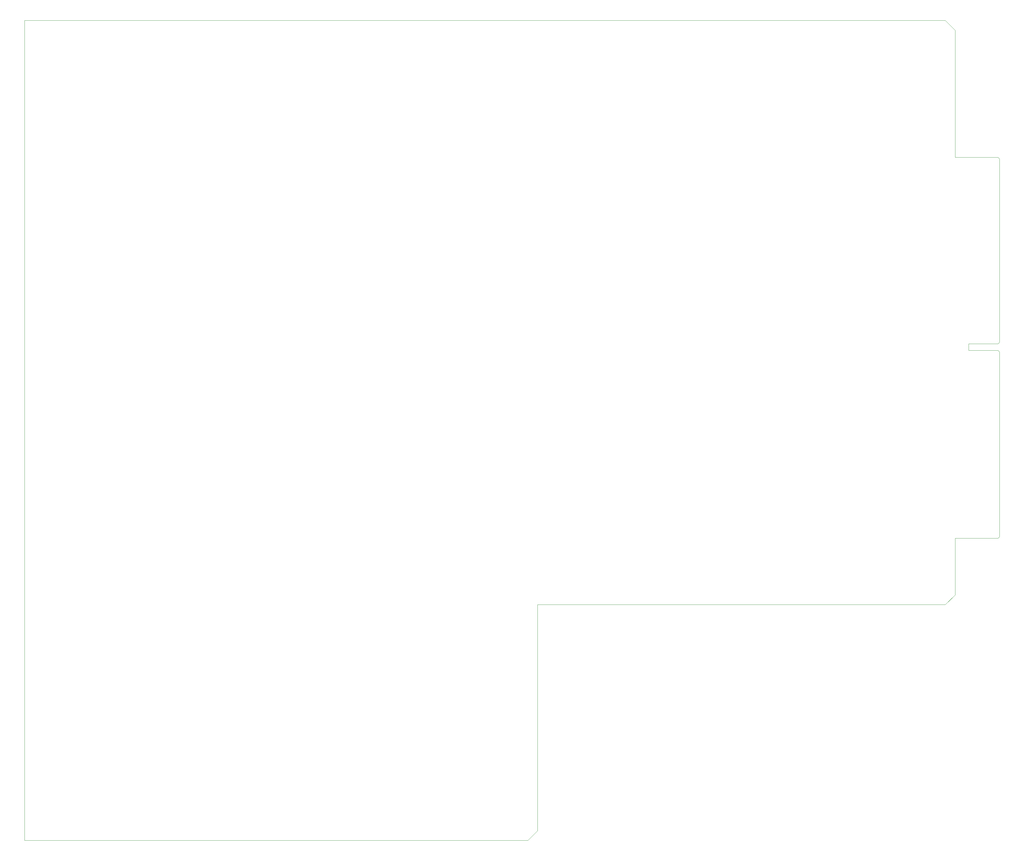
<source format=gbr>
%TF.GenerationSoftware,KiCad,Pcbnew,8.0.2*%
%TF.CreationDate,2024-05-21T21:07:39+02:00*%
%TF.ProjectId,ExtenderWide_56pin,45787465-6e64-4657-9257-6964655f3536,rev?*%
%TF.SameCoordinates,Original*%
%TF.FileFunction,Profile,NP*%
%FSLAX46Y46*%
G04 Gerber Fmt 4.6, Leading zero omitted, Abs format (unit mm)*
G04 Created by KiCad (PCBNEW 8.0.2) date 2024-05-21 21:07:39*
%MOMM*%
%LPD*%
G01*
G04 APERTURE LIST*
%TA.AperFunction,Profile*%
%ADD10C,0.050000*%
%TD*%
G04 APERTURE END LIST*
D10*
X226411000Y-268930000D02*
X223411000Y-271930000D01*
X68731000Y-271930000D02*
X68731000Y-192230000D01*
X223411000Y-271930000D02*
X68731000Y-271930000D01*
X226411000Y-199430000D02*
X226411000Y-268930000D01*
X354711000Y-196430000D02*
X351711000Y-199430000D01*
X351711000Y-19870000D02*
X68731000Y-19870000D01*
X359121000Y-179030000D02*
X354711000Y-179030000D01*
X354711000Y-22870000D02*
X354711000Y-61970000D01*
X359121000Y-61970000D02*
X354711000Y-61970000D01*
X351711000Y-199430000D02*
X226411000Y-199430000D01*
X354711000Y-42270000D02*
X354721000Y-42270000D01*
X354711000Y-179030000D02*
X354711000Y-196430000D01*
X68731000Y-19870000D02*
X68731000Y-61970000D01*
X68731000Y-178030000D02*
X68731000Y-192230000D01*
X354711000Y-22870000D02*
X351711000Y-19870000D01*
%TO.C,J58*%
X358921000Y-119220000D02*
X367921000Y-119220000D01*
X358921000Y-121280000D02*
X358921000Y-119220000D01*
X367921000Y-61970000D02*
X359121000Y-61970000D01*
X367921000Y-61970000D02*
X368421000Y-62470000D01*
X367921000Y-119220000D02*
X368421000Y-118720000D01*
X367921000Y-121280000D02*
X358921000Y-121280000D01*
X367921000Y-121280000D02*
X368421000Y-121780000D01*
X367921000Y-179030000D02*
X359121000Y-179030000D01*
X368421000Y-62470000D02*
X368421000Y-63970000D01*
X368421000Y-118720000D02*
X368421000Y-63970000D01*
X368421000Y-121780000D02*
X368421000Y-176530000D01*
X368421000Y-176530000D02*
X368421000Y-178530000D01*
X368421000Y-178530000D02*
X367921000Y-179030000D01*
%TO.C,J57*%
X68731000Y-63970000D02*
X68731000Y-61970000D01*
X68731000Y-118720000D02*
X68731000Y-63970000D01*
X68731000Y-118720000D02*
X68731000Y-121780000D01*
X68731000Y-121780000D02*
X68731000Y-176530000D01*
X68731000Y-178030000D02*
X68731000Y-176530000D01*
%TD*%
M02*

</source>
